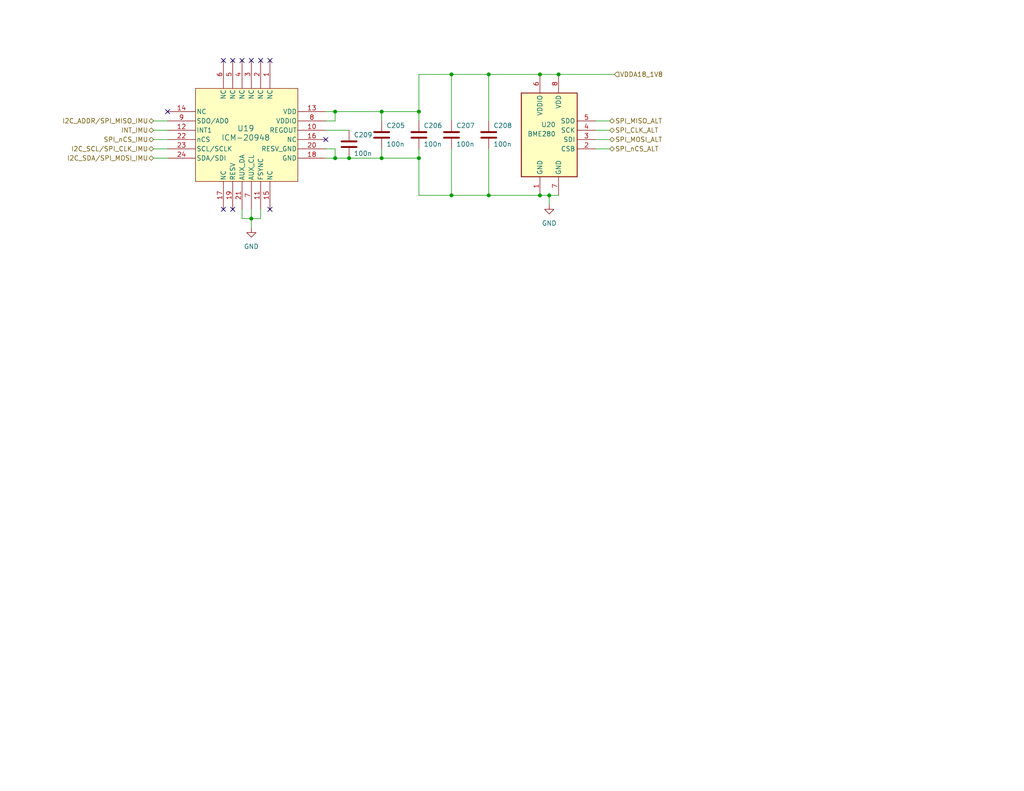
<source format=kicad_sch>
(kicad_sch (version 20250114) (generator "eeschema") (generator_version "9.0")
  (paper "USLetter")
  (lib_symbols
    (symbol "Device:C" (pin_numbers (hide yes)) (pin_names (offset 0.254))
      (property "Reference" "C" (at 0.635 2.54 0))
      (property "Value" "C" (at 0.635 -2.54 0))
      (symbol "C_0_1"
        (polyline (pts (xy -2.032 0.762) (xy 2.032 0.762)) (stroke (width 0.508)))
        (polyline (pts (xy -2.032 -0.762) (xy 2.032 -0.762)) (stroke (width 0.508)))
      )
      (symbol "C_1_1"
        (pin passive line (at 0 3.81 270) (length 2.794) (name "~") (number "1"))
        (pin passive line (at 0 -3.81 90) (length 2.794) (name "~") (number "2"))
      )
    )
    (symbol "Sensor:BME280"
      (property "Reference" "U20" (at 4.318 1.524 0))
      (property "Value" "BME280" (at 4.318 -1.016 0))
      (symbol "BME280_0_1"
        (rectangle (start -5.08 10.16) (end 10.16 -12.7) (stroke (width 0.254)) (fill (type background)))
      )
      (symbol "BME280_1_1"
        (pin power_in line (at 0 15.24 270) (length 5.08) (name "VDDIO") (number "6"))
        (pin power_in line (at 0 -17.78 90) (length 5.08) (name "GND") (number "1"))
        (pin power_in line (at 5.08 15.24 270) (length 5.08) (name "VDD") (number "8"))
        (pin power_in line (at 5.08 -17.78 90) (length 5.08) (name "GND") (number "7"))
        (pin bidirectional line (at 15.24 2.54 180) (length 5.08) (name "SDO") (number "5"))
        (pin input line (at 15.24 0 180) (length 5.08) (name "SCK") (number "4"))
        (pin bidirectional line (at 15.24 -2.54 180) (length 5.08) (name "SDI") (number "3"))
        (pin input line (at 15.24 -5.08 180) (length 5.08) (name "CSB") (number "2"))
      )
    )
    (symbol "capstone:ICM-20948" (pin_names (offset 0.254))
      (property "Reference" "U19" (at 13.716 -10.922 0))
      (property "Value" "ICM-20948" (at 13.716 -13.462 0))
      (symbol "ICM-20948_0_1"
        (pin no_connect line (at -7.62 -6.35 0) (length 7.62) (name "NC") (number "14"))
        (pin bidirectional line (at -7.62 -8.89 0) (length 7.62) (name "SDO/AD0") (number "9"))
        (pin output line (at -7.62 -11.43 0) (length 7.62) (name "INT1") (number "12"))
        (pin input line (at -7.62 -13.97 0) (length 7.62) (name "nCS") (number "22"))
        (pin input line (at -7.62 -16.51 0) (length 7.62) (name "SCL/SCLK") (number "23"))
        (pin input line (at -7.62 -19.05 0) (length 7.62) (name "SDA/SDI") (number "24"))
        (pin no_connect line (at 7.62 7.62 270) (length 7.62) (name "NC") (number "6"))
        (pin no_connect line (at 7.62 -33.02 90) (length 7.62) (name "NC") (number "17"))
        (pin no_connect line (at 10.16 7.62 270) (length 7.62) (name "NC") (number "5"))
        (pin no_connect line (at 10.16 -33.02 90) (length 7.62) (name "RESV") (number "19"))
        (pin no_connect line (at 12.7 7.62 270) (length 7.62) (name "NC") (number "4"))
        (pin unspecified line (at 12.7 -33.02 90) (length 7.62) (name "AUX_DA") (number "21"))
        (pin no_connect line (at 15.24 7.62 270) (length 7.62) (name "NC") (number "3"))
        (pin unspecified line (at 15.24 -33.02 90) (length 7.62) (name "AUX_CL") (number "7"))
        (pin no_connect line (at 17.78 7.62 270) (length 7.62) (name "NC") (number "2"))
        (pin input line (at 17.78 -33.02 90) (length 7.62) (name "FSYNC") (number "11"))
        (pin no_connect line (at 20.32 7.62 270) (length 7.62) (name "NC") (number "1"))
        (pin no_connect line (at 20.32 -33.02 90) (length 7.62) (name "NC") (number "15"))
        (pin power_in line (at 35.56 -6.35 180) (length 7.62) (name "VDD") (number "13"))
        (pin power_in line (at 35.56 -8.89 180) (length 7.62) (name "VDDIO") (number "8"))
        (pin output line (at 35.56 -11.43 180) (length 7.62) (name "REGOUT") (number "10"))
        (pin no_connect line (at 35.56 -13.97 180) (length 7.62) (name "NC") (number "16"))
        (pin power_out line (at 35.56 -16.51 180) (length 7.62) (name "RESV_GND") (number "20"))
        (pin power_out line (at 35.56 -19.05 180) (length 7.62) (name "GND") (number "18"))
      )
      (symbol "ICM-20948_1_1"
        (rectangle (start 0 0) (end 27.94 -25.4) (fill (type background)))
      )
    )
    (symbol "power:GND" (power) (pin_numbers (hide yes)) (pin_names (offset 0) (hide yes))
      (property "Value" "GND" (at 0 -3.81 0))
      (symbol "GND_0_1"
        (polyline (pts (xy 0 0) (xy 0 -1.27) (xy 1.27 -1.27) (xy 0 -2.54) (xy -1.27 -1.27) (xy 0 -1.27)))
      )
      (symbol "GND_1_1"
        (pin power_in line (at 0 0 270) (length 0) (name "~") (number "1"))
      )
    )
  )
  (junction (at 114.3 43.18))
  (junction (at 104.14 43.18))
  (junction (at 133.35 53.34))
  (junction (at 147.32 53.34))
  (junction (at 91.44 30.48))
  (junction (at 114.3 30.48))
  (junction (at 123.19 20.32))
  (junction (at 123.19 53.34))
  (junction (at 68.58 59.69))
  (junction (at 152.4 20.32))
  (junction (at 95.25 43.18))
  (junction (at 104.14 30.48))
  (junction (at 149.86 53.34))
  (junction (at 147.32 20.32))
  (junction (at 91.44 43.18))
  (junction (at 133.35 20.32))
  (no_connect (at 60.96 57.15))
  (no_connect (at 88.9 38.1))
  (no_connect (at 71.12 16.51))
  (no_connect (at 68.58 16.51))
  (no_connect (at 73.66 16.51))
  (no_connect (at 63.5 57.15))
  (no_connect (at 66.04 16.51))
  (no_connect (at 45.72 30.48))
  (no_connect (at 63.5 16.51))
  (no_connect (at 60.96 16.51))
  (no_connect (at 73.66 57.15))
  (wire (pts (xy 88.9 43.18) (xy 91.44 43.18)))
  (wire (pts (xy 91.44 43.18) (xy 95.25 43.18)))
  (wire (pts (xy 147.32 20.32) (xy 152.4 20.32)))
  (wire (pts (xy 91.44 30.48) (xy 91.44 33.02)))
  (wire (pts (xy 114.3 30.48) (xy 114.3 20.32)))
  (wire (pts (xy 41.91 33.02) (xy 45.72 33.02)))
  (wire (pts (xy 123.19 53.34) (xy 133.35 53.34)))
  (wire (pts (xy 88.9 40.64) (xy 91.44 40.64)))
  (wire (pts (xy 104.14 40.64) (xy 104.14 43.18)))
  (wire (pts (xy 149.86 53.34) (xy 149.86 55.88)))
  (wire (pts (xy 114.3 53.34) (xy 114.3 43.18)))
  (wire (pts (xy 147.32 53.34) (xy 149.86 53.34)))
  (wire (pts (xy 162.56 33.02) (xy 166.37 33.02)))
  (wire (pts (xy 66.04 59.69) (xy 68.58 59.69)))
  (wire (pts (xy 114.3 30.48) (xy 114.3 33.02)))
  (wire (pts (xy 123.19 20.32) (xy 123.19 33.02)))
  (wire (pts (xy 123.19 40.64) (xy 123.19 53.34)))
  (wire (pts (xy 71.12 59.69) (xy 68.58 59.69)))
  (wire (pts (xy 123.19 20.32) (xy 133.35 20.32)))
  (wire (pts (xy 91.44 30.48) (xy 104.14 30.48)))
  (wire (pts (xy 66.04 57.15) (xy 66.04 59.69)))
  (wire (pts (xy 88.9 30.48) (xy 91.44 30.48)))
  (wire (pts (xy 162.56 38.1) (xy 166.37 38.1)))
  (wire (pts (xy 149.86 53.34) (xy 152.4 53.34)))
  (wire (pts (xy 41.91 40.64) (xy 45.72 40.64)))
  (wire (pts (xy 133.35 53.34) (xy 147.32 53.34)))
  (wire (pts (xy 133.35 20.32) (xy 147.32 20.32)))
  (wire (pts (xy 114.3 53.34) (xy 123.19 53.34)))
  (wire (pts (xy 133.35 20.32) (xy 133.35 33.02)))
  (wire (pts (xy 91.44 40.64) (xy 91.44 43.18)))
  (wire (pts (xy 88.9 35.56) (xy 95.25 35.56)))
  (wire (pts (xy 68.58 62.23) (xy 68.58 59.69)))
  (wire (pts (xy 41.91 43.18) (xy 45.72 43.18)))
  (wire (pts (xy 68.58 57.15) (xy 68.58 59.69)))
  (wire (pts (xy 95.25 43.18) (xy 104.14 43.18)))
  (wire (pts (xy 104.14 43.18) (xy 114.3 43.18)))
  (wire (pts (xy 162.56 40.64) (xy 166.37 40.64)))
  (wire (pts (xy 114.3 40.64) (xy 114.3 43.18)))
  (wire (pts (xy 88.9 33.02) (xy 91.44 33.02)))
  (wire (pts (xy 104.14 30.48) (xy 104.14 33.02)))
  (wire (pts (xy 167.64 20.32) (xy 152.4 20.32)))
  (wire (pts (xy 104.14 30.48) (xy 114.3 30.48)))
  (wire (pts (xy 162.56 35.56) (xy 166.37 35.56)))
  (wire (pts (xy 133.35 40.64) (xy 133.35 53.34)))
  (wire (pts (xy 71.12 57.15) (xy 71.12 59.69)))
  (wire (pts (xy 41.91 38.1) (xy 45.72 38.1)))
  (wire (pts (xy 41.91 35.56) (xy 45.72 35.56)))
  (wire (pts (xy 114.3 20.32) (xy 123.19 20.32)))
  (hierarchical_label "SPI_CLK_ALT" (shape bidirectional) (at 166.37 35.56 0))
  (hierarchical_label "VDDA18_1V8" (shape input) (at 167.64 20.32 0))
  (hierarchical_label "INT_IMU" (shape bidirectional) (at 41.91 35.56 180))
  (hierarchical_label "SPI_nCS_IMU" (shape bidirectional) (at 41.91 38.1 180))
  (hierarchical_label "SPI_MISO_ALT" (shape bidirectional) (at 166.37 33.02 0))
  (hierarchical_label "SPI_MOSI_ALT" (shape bidirectional) (at 166.37 38.1 0))
  (hierarchical_label "I2C_SDA{slash}SPI_MOSI_IMU" (shape bidirectional) (at 41.91 43.18 180))
  (hierarchical_label "I2C_SCL{slash}SPI_CLK_IMU" (shape bidirectional) (at 41.91 40.64 180))
  (hierarchical_label "SPI_nCS_ALT" (shape bidirectional) (at 166.37 40.64 0))
  (hierarchical_label "I2C_ADDR{slash}SPI_MISO_IMU" (shape bidirectional) (at 41.91 33.02 180))
  (symbol (lib_id "power:GND") (at 149.86 55.88 0) (unit 1)
    (property "Reference" "#PWR0112" (effects (hide yes)))
    (property "Value" "GND" (at 149.86 60.96 0))
    (property "Description" "Power symbol creates a global label with name \"GND\" , ground" (effects (hide yes)))
  )
  (symbol (lib_id "Device:C") (at 123.19 36.83 180) (unit 1)
    (property "Reference" "C207" (at 124.46 34.29 0) (effects (justify right)))
    (property "Value" "100n" (at 124.46 39.37 0) (effects (justify right)))
    (property "Footprint" "Capacitor_SMD:C_0201_0603Metric" (effects (hide yes)))
    (property "Description" "Unpolarized capacitor" (effects (hide yes)))
  )
  (symbol (lib_id "Device:C") (at 114.3 36.83 180) (unit 1)
    (property "Reference" "C206" (at 115.57 34.29 0) (effects (justify right)))
    (property "Value" "100n" (at 115.57 39.37 0) (effects (justify right)))
    (property "Footprint" "Capacitor_SMD:C_0201_0603Metric" (effects (hide yes)))
    (property "Description" "Unpolarized capacitor" (effects (hide yes)))
  )
  (symbol (lib_id "capstone:ICM-20948") (at 53.34 24.13 0) (unit 1)
    (property "Reference" "U19" (at 67.056 35.052 0) (effects (font (size 1.524 1.524))))
    (property "Value" "ICM-20948" (at 67.056 37.592 0) (effects (font (size 1.524 1.524))))
  )
  (symbol (lib_id "power:GND") (at 68.58 62.23 0) (unit 1)
    (property "Reference" "#PWR0113" (effects (hide yes)))
    (property "Value" "GND" (at 68.58 67.31 0))
    (property "Description" "Power symbol creates a global label with name \"GND\" , ground" (effects (hide yes)))
  )
  (symbol (lib_id "Sensor:BME280") (at 147.32 35.56 0) (unit 1)
    (property "Reference" "U20" (at 151.638 34.036 0) (effects (justify right)))
    (property "Value" "BME280" (at 151.638 36.576 0) (effects (justify right)))
    (property "Footprint" "Package_LGA:Bosch_LGA-8_2.5x2.5mm_P0.65mm_ClockwisePinNumbering" (effects (hide yes)))
    (property "Datasheet" "https://www.bosch-sensortec.com/media/boschsensortec/downloads/datasheets/bst-bme280-ds002.pdf" (effects (hide yes)))
    (property "Description" "3-in-1 sensor, humidity, pressure, temperature, I2C and SPI interface, 1.71-3.6V, LGA-8" (effects (hide yes)))
    (property "Digikey Link" "https://www.digikey.ca/en/products/detail/bosch-sensortec/BME280/6136314?gclsrc=aw.ds&gad_source=1&gad_campaignid=20222764947&gbraid=0AAAAADrbLljQx_5VkdVxfm9y5Jxald3gU&gclid=Cj0KCQjw5c_FBhDJARIsAIcmHK9viVxOATiqvTxdD2FIA3j4kgGZ--PxRM0HPmYlEk5jMhTY4RqMPVoaAsqREALw_wcB" (effects (hide yes)))
    (property "Digikey Part#" "828-1063-1-ND" (effects (hide yes)))
    (property "Manufacturer Part#" "BME280" (effects (hide yes)))
    (property "Detailed Description" "Humidity, Pressure, Temperature 0 ~ 100% RH I2C, SPI ±3% 1 s Surface Mount" (effects (hide yes)))
  )
  (symbol (lib_id "Device:C") (at 104.14 36.83 180) (unit 1)
    (property "Reference" "C205" (at 105.41 34.29 0) (effects (justify right)))
    (property "Value" "100n" (at 105.41 39.37 0) (effects (justify right)))
    (property "Footprint" "Capacitor_SMD:C_0201_0603Metric" (effects (hide yes)))
    (property "Description" "Unpolarized capacitor" (effects (hide yes)))
  )
  (symbol (lib_id "Device:C") (at 95.25 39.37 180) (unit 1)
    (property "Reference" "C209" (at 96.52 36.83 0) (effects (justify right)))
    (property "Value" "100n" (at 96.52 41.91 0) (effects (justify right)))
    (property "Footprint" "Capacitor_SMD:C_0201_0603Metric" (effects (hide yes)))
    (property "Description" "Unpolarized capacitor" (effects (hide yes)))
  )
  (symbol (lib_id "Device:C") (at 133.35 36.83 180) (unit 1)
    (property "Reference" "C208" (at 134.62 34.29 0) (effects (justify right)))
    (property "Value" "100n" (at 134.62 39.37 0) (effects (justify right)))
    (property "Footprint" "Capacitor_SMD:C_0201_0603Metric" (effects (hide yes)))
    (property "Description" "Unpolarized capacitor" (effects (hide yes)))
  )
)
</source>
